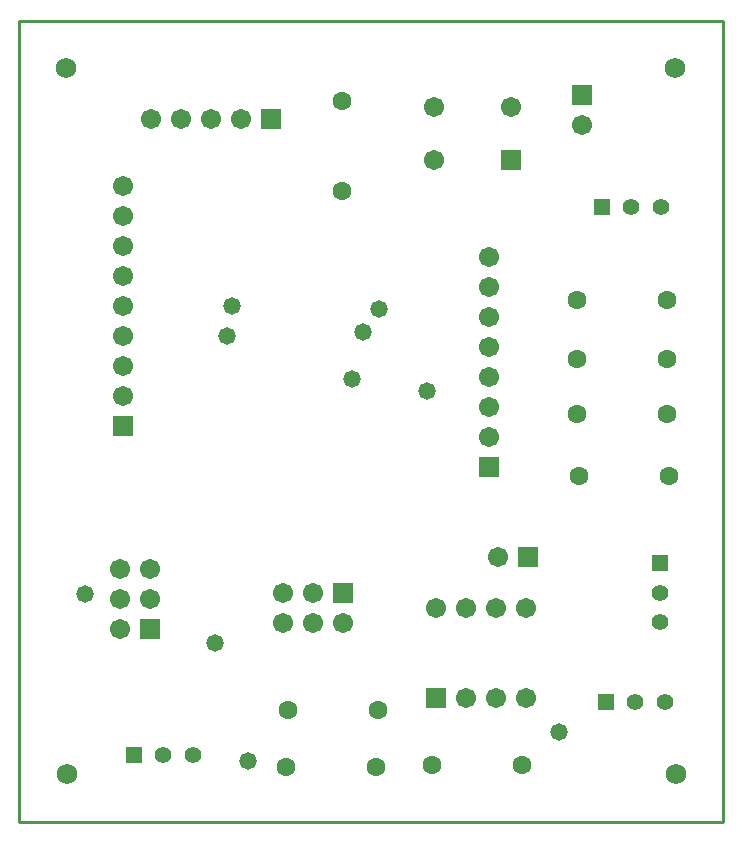
<source format=gbs>
G04*
G04 #@! TF.GenerationSoftware,Altium Limited,Altium Designer,22.10.1 (41)*
G04*
G04 Layer_Color=16711935*
%FSLAX25Y25*%
%MOIN*%
G70*
G04*
G04 #@! TF.SameCoordinates,1A4408B6-C678-4EC5-8732-532A1CECFF35*
G04*
G04*
G04 #@! TF.FilePolarity,Negative*
G04*
G01*
G75*
%ADD14C,0.01000*%
%ADD18C,0.06800*%
%ADD19R,0.06706X0.06706*%
%ADD20C,0.06706*%
%ADD21R,0.06706X0.06706*%
%ADD22C,0.06312*%
%ADD23R,0.05512X0.05512*%
%ADD24C,0.05512*%
%ADD25R,0.05512X0.05512*%
%ADD26C,0.05800*%
D14*
X248500Y442000D02*
X483000D01*
Y175000D02*
Y442000D01*
X248500Y175000D02*
X483000D01*
X248500D02*
Y442000D01*
D18*
X467500Y191000D02*
D03*
X264000Y426500D02*
D03*
X264500Y191000D02*
D03*
X467000Y426500D02*
D03*
D19*
X356500Y251500D02*
D03*
X412295Y395642D02*
D03*
X332500Y409500D02*
D03*
X418000Y263500D02*
D03*
D20*
X356500Y241500D02*
D03*
X346500Y251500D02*
D03*
Y241500D02*
D03*
X336500Y251500D02*
D03*
Y241500D02*
D03*
X412295Y413358D02*
D03*
X386705D02*
D03*
Y395642D02*
D03*
X282000Y239500D02*
D03*
X292000Y249500D02*
D03*
X282000D02*
D03*
X292000Y259500D02*
D03*
X282000D02*
D03*
X405000Y303500D02*
D03*
Y313500D02*
D03*
Y323500D02*
D03*
Y333500D02*
D03*
Y343500D02*
D03*
Y353500D02*
D03*
Y363500D02*
D03*
X283000Y327000D02*
D03*
Y337000D02*
D03*
Y347000D02*
D03*
Y357000D02*
D03*
Y367000D02*
D03*
Y377000D02*
D03*
Y387000D02*
D03*
Y317000D02*
D03*
X436000Y407500D02*
D03*
X292500Y409500D02*
D03*
X302500D02*
D03*
X312500D02*
D03*
X322500D02*
D03*
X408000Y263500D02*
D03*
X397500Y216500D02*
D03*
X407500D02*
D03*
X417500D02*
D03*
X387500Y246500D02*
D03*
X397500D02*
D03*
X407500D02*
D03*
X417500D02*
D03*
D21*
X292000Y239500D02*
D03*
X405000Y293500D02*
D03*
X283000Y307000D02*
D03*
X436000Y417500D02*
D03*
X387500Y216500D02*
D03*
D22*
X337500Y193500D02*
D03*
X367500D02*
D03*
X416000Y194000D02*
D03*
X386000D02*
D03*
X465000Y290500D02*
D03*
X435000D02*
D03*
X464500Y349000D02*
D03*
X434500D02*
D03*
X464500Y329500D02*
D03*
X434500D02*
D03*
X464500Y311000D02*
D03*
X434500D02*
D03*
X356000Y415500D02*
D03*
Y385500D02*
D03*
X368000Y212500D02*
D03*
X338000D02*
D03*
D23*
X462000Y261343D02*
D03*
D24*
Y251500D02*
D03*
Y241657D02*
D03*
X453843Y215000D02*
D03*
X463685D02*
D03*
X452500Y380000D02*
D03*
X462343D02*
D03*
X296500Y197500D02*
D03*
X306343D02*
D03*
D25*
X444000Y215000D02*
D03*
X442657Y380000D02*
D03*
X286657Y197500D02*
D03*
D26*
X368600Y346000D02*
D03*
X359500Y322700D02*
D03*
X270500Y251000D02*
D03*
X313700Y234700D02*
D03*
X324900Y195500D02*
D03*
X428300Y205200D02*
D03*
X384600Y318900D02*
D03*
X319500Y347000D02*
D03*
X363100Y338500D02*
D03*
X317800Y337000D02*
D03*
M02*

</source>
